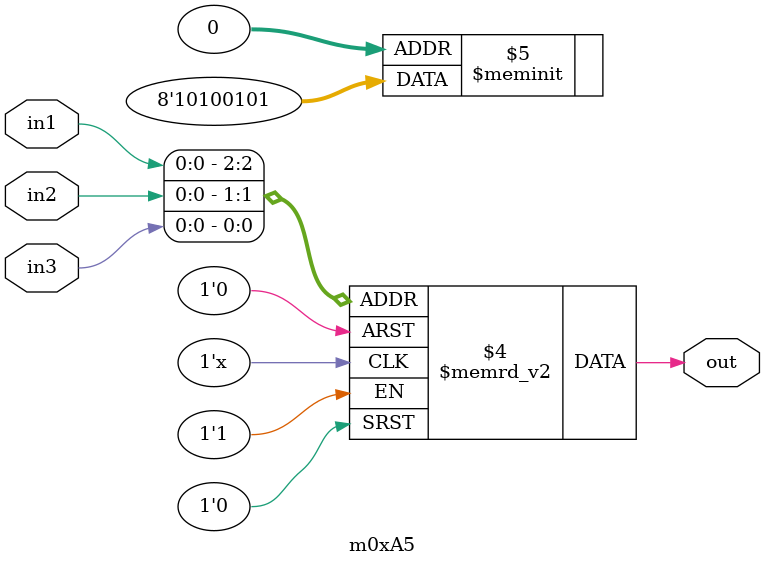
<source format=v>
module m0xA5(output out, input in1, in2, in3);

   always @(in1, in2, in3)
     begin
        case({in1, in2, in3})
          3'b000: {out} = 1'b1;
          3'b001: {out} = 1'b0;
          3'b010: {out} = 1'b1;
          3'b011: {out} = 1'b0;
          3'b100: {out} = 1'b0;
          3'b101: {out} = 1'b1;
          3'b110: {out} = 1'b0;
          3'b111: {out} = 1'b1;
        endcase // case ({in1, in2, in3})
     end // always @ (in1, in2, in3)

endmodule // m0xA5
</source>
